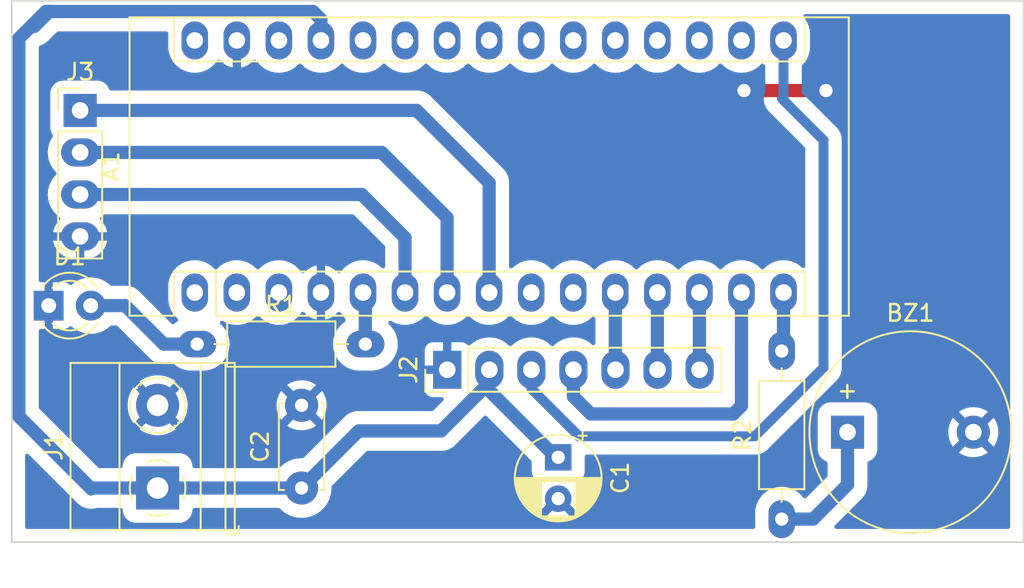
<source format=kicad_pcb>
(kicad_pcb (version 20211014) (generator pcbnew)
  (layers (0 "F.Cu" signal) (31 "B.Cu" signal) (34 "B.Paste" user) (35 "F.Paste" user) (36 "B.SilkS" user "B.Silkscreen") (37 "F.SilkS" user "F.Silkscreen") (38 "B.Mask" user) (39 "F.Mask" user) (44 "Edge.Cuts" user))
  (net 0 "")
  (net 4 "GND")
  (net 7 "RES")
  (net 8 "DC")
  (net 9 "CS")
  (net 10 "D1")
  (net 11 "D0")
  (net 22 "+5V")
  (net 25 "Net-(BZ1-Pad1)")
  (net 26 "Net-(D1-Pad2)")
  (net 27 "CLOCK")
  (net 28 "DIR")
  (net 29 "ENABLE")
  (net 30 "LED")
  (net 31 "BUZZER")
  (footprint "TerminalBlock_Phoenix:TerminalBlock_Phoenix_MKDS-1,5-2_1x02_P5.00mm_Horizontal" (layer "F.Cu") (at 122.455 139 90)
    (fp_text reference "J1" (at 2.5 -6.26 90) (layer "F.SilkS"))
    (fp_text value "Screw_Terminal_01x02")
    (fp_line (start -2.56 4.1) (end 7.56 4.1) (layer "F.SilkS") (width 0.12))
    (fp_line (start -2.56 -2.301) (end 7.56 -2.301) (layer "F.SilkS") (width 0.12))
    (fp_line (start -2.56 4.66) (end 7.56 4.66) (layer "F.SilkS") (width 0.12))
    (fp_line (start 6.275 -1.069) (end 6.228 -1.023) (layer "F.SilkS") (width 0.12))
    (fp_line (start -2.8 4.9) (end -2.3 4.9) (layer "F.SilkS") (width 0.12))
    (fp_line (start -2.56 2.6) (end 7.56 2.6) (layer "F.SilkS") (width 0.12))
    (fp_line (start 3.773 1.023) (end 3.726 1.069) (layer "F.SilkS") (width 0.12))
    (fp_line (start -2.8 4.16) (end -2.8 4.9) (layer "F.SilkS") (width 0.12))
    (fp_line (start 7.56 -5.261) (end 7.56 4.66) (layer "F.SilkS") (width 0.12))
    (fp_line (start 3.966 1.239) (end 3.931 1.274) (layer "F.SilkS") (width 0.12))
    (fp_line (start -2.56 -5.261) (end -2.56 4.66) (layer "F.SilkS") (width 0.12))
    (fp_line (start 6.07 -1.275) (end 6.035 -1.239) (layer "F.SilkS") (width 0.12))
    (fp_line (start -2.56 -5.261) (end 7.56 -5.261) (layer "F.SilkS") (width 0.12))
    (fp_arc (start 0.028805 1.680253) (mid -0.335551 1.646659) (end -0.684 1.535) (layer "F.SilkS") (width 0.12))
    (fp_arc (start 0.683318 1.534756) (mid 0.349292 1.643288) (end 0 1.68) (layer "F.SilkS") (width 0.12))
    (fp_arc (start -1.535427 0.683042) (mid -1.680501 -0.000524) (end -1.535 -0.684) (layer "F.SilkS") (width 0.12))
    (fp_arc (start -0.683042 -1.535427) (mid 0.000524 -1.680501) (end 0.684 -1.535) (layer "F.SilkS") (width 0.12))
    (fp_arc (start 1.535427 -0.683042) (mid 1.680501 0.000524) (end 1.535 0.684) (layer "F.SilkS") (width 0.12))
    (fp_circle (center 5 0) (end 6.68 0) (layer "F.SilkS") (width 0.12) (fill none))
    (pad "1" thru_hole rect (at 0 0 90) (size 2.6 2.6) (drill 1.3) (layers *.Cu *.Mask) (net 22 "+5V"))
    (pad "2" thru_hole circle (at 5 0 90) (size 2.6 2.6) (drill 1.3) (layers *.Cu *.Mask) (net 4 "GND"))
  )
  (footprint "Connector_PinHeader_2.54mm:PinHeader_1x07_P2.54mm_Vertical" (layer "F.Cu") (at 139.95 131.85 90)
    (fp_text reference "J2" (at 0 -2.33 90) (layer "F.SilkS"))
    (fp_text value "Conn_01x07")
    (fp_line (start -1.33 -1.33) (end 0 -1.33) (layer "F.SilkS") (width 0.12))
    (fp_line (start -1.33 0) (end -1.33 -1.33) (layer "F.SilkS") (width 0.12))
    (fp_line (start -1.33 16.57) (end 1.33 16.57) (layer "F.SilkS") (width 0.12))
    (fp_line (start -1.33 1.27) (end -1.33 16.57) (layer "F.SilkS") (width 0.12))
    (fp_line (start 1.33 1.27) (end 1.33 16.57) (layer "F.SilkS") (width 0.12))
    (fp_line (start -1.33 1.27) (end 1.33 1.27) (layer "F.SilkS") (width 0.12))
    (pad "1" thru_hole rect (at 0 0 90) (size 2.3 1.7) (drill 1) (layers *.Cu *.Mask) (net 4 "GND"))
    (pad "2" thru_hole oval (at 0 2.54 90) (size 2.3 1.7) (drill 1) (layers *.Cu *.Mask) (net 22 "+5V"))
    (pad "3" thru_hole oval (at 0 5.08 90) (size 2.3 1.7) (drill 1) (layers *.Cu *.Mask) (net 11 "D0"))
    (pad "4" thru_hole oval (at 0 7.62 90) (size 2.3 1.7) (drill 1) (layers *.Cu *.Mask) (net 10 "D1"))
    (pad "5" thru_hole oval (at 0 10.16 90) (size 2.3 1.7) (drill 1) (layers *.Cu *.Mask) (net 7 "RES"))
    (pad "6" thru_hole oval (at 0 12.7 90) (size 2.3 1.7) (drill 1) (layers *.Cu *.Mask) (net 8 "DC"))
    (pad "7" thru_hole oval (at 0 15.24 90) (size 2.3 1.7) (drill 1) (layers *.Cu *.Mask) (net 9 "CS"))
  )
  (footprint "Buzzer_Beeper:Buzzer_12x9.5RM7.6" (layer "F.Cu") (at 164.125 135.625)
    (fp_text reference "BZ1" (at 3.8 -7.2) (layer "F.SilkS"))
    (fp_text value "Buzzer")
    (fp_text user "+" (at -0.01 -2.54) (layer "F.SilkS"))
    (fp_circle (center 3.8 0) (end 9.9 0) (layer "F.SilkS") (width 0.12) (fill none))
    (pad "1" thru_hole rect (at 0 0) (size 2 2) (drill 1) (layers *.Cu *.Mask) (net 25 "Net-(BZ1-Pad1)"))
    (pad "2" thru_hole circle (at 7.6 0) (size 2 2) (drill 1) (layers *.Cu *.Mask) (net 4 "GND"))
  )
  (footprint "Capacitor_THT:C_Disc_D5.0mm_W2.5mm_P5.00mm" (layer "F.Cu") (at 131.15 139 90)
    (fp_text reference "C2" (at 2.5 -2.5 90) (layer "F.SilkS"))
    (fp_text value "0.1uf")
    (fp_line (start -0.12 1.37) (end 5.12 1.37) (layer "F.SilkS") (width 0.12))
    (fp_line (start -0.12 -1.37) (end 5.12 -1.37) (layer "F.SilkS") (width 0.12))
    (fp_line (start -0.12 1.055) (end -0.12 1.37) (layer "F.SilkS") (width 0.12))
    (fp_line (start 5.12 -1.37) (end 5.12 -1.055) (layer "F.SilkS") (width 0.12))
    (fp_line (start -0.12 -1.37) (end -0.12 -1.055) (layer "F.SilkS") (width 0.12))
    (fp_line (start 5.12 1.055) (end 5.12 1.37) (layer "F.SilkS") (width 0.12))
    (pad "1" thru_hole circle (at 0 0 90) (size 2 2) (drill 0.8) (layers *.Cu *.Mask) (net 22 "+5V"))
    (pad "2" thru_hole circle (at 5 0 90) (size 2 2) (drill 0.8) (layers *.Cu *.Mask) (net 4 "GND"))
  )
  (footprint "Resistor_THT:R_Axial_DIN0207_L6.3mm_D2.5mm_P10.16mm_Horizontal" (layer "F.Cu") (at 160.15 140.88 90)
    (fp_text reference "R2" (at 5.08 -2.37 90) (layer "F.SilkS"))
    (fp_text value "10R")
    (fp_line (start 9.12 0) (end 8.35 0) (layer "F.SilkS") (width 0.12))
    (fp_line (start 1.81 1.37) (end 8.35 1.37) (layer "F.SilkS") (width 0.12))
    (fp_line (start 1.04 0) (end 1.81 0) (layer "F.SilkS") (width 0.12))
    (fp_line (start 8.35 1.37) (end 8.35 -1.37) (layer "F.SilkS") (width 0.12))
    (fp_line (start 1.81 -1.37) (end 1.81 1.37) (layer "F.SilkS") (width 0.12))
    (fp_line (start 8.35 -1.37) (end 1.81 -1.37) (layer "F.SilkS") (width 0.12))
    (pad "1" thru_hole oval (at 0 0 90) (size 2.3 1.6) (drill 0.8) (layers *.Cu *.Mask) (net 25 "Net-(BZ1-Pad1)"))
    (pad "2" thru_hole oval (at 10.16 0 90) (size 2.3 1.6) (drill 0.8) (layers *.Cu *.Mask) (net 31 "BUZZER"))
  )
  (footprint "LED_THT:LED_D3.0mm_FlatTop" (layer "F.Cu") (at 115.875 127.975)
    (fp_text reference "D1" (at 1.27 -2.96) (layer "F.SilkS"))
    (fp_text value "LED")
    (fp_line (start -0.29 1.08) (end -0.29 1.236) (layer "F.SilkS") (width 0.12))
    (fp_line (start -0.29 -1.236) (end -0.29 -1.08) (layer "F.SilkS") (width 0.12))
    (fp_arc (start -0.29 -1.235516) (mid 1.366487 -1.987659) (end 2.942335 -1.078608) (layer "F.SilkS") (width 0.12))
    (fp_arc (start 0.229039 -1.08) (mid 1.270117 -1.5) (end 2.31113 -1.079837) (layer "F.SilkS") (width 0.12))
    (fp_arc (start 2.31113 1.079837) (mid 1.270117 1.5) (end 0.229039 1.08) (layer "F.SilkS") (width 0.12))
    (fp_arc (start 2.942335 1.078608) (mid 1.366487 1.987659) (end -0.29 1.235516) (layer "F.SilkS") (width 0.12))
    (pad "1" thru_hole rect (at 0 0) (size 1.8 1.8) (drill 0.9) (layers *.Cu *.Mask) (net 4 "GND"))
    (pad "2" thru_hole circle (at 2.54 0) (size 1.8 1.8) (drill 0.9) (layers *.Cu *.Mask) (net 26 "Net-(D1-Pad2)"))
  )
  (footprint "Module:Arduino_Nano" (layer "F.Cu") (at 124.7 127.185 90)
    (fp_text reference "A1" (at 7.62 -5.08 90) (layer "F.SilkS"))
    (fp_text value "Arduino_Nano_v2.x")
    (fp_line (start 1.27 1.27) (end 1.27 -1.27) (layer "F.SilkS") (width 0.12))
    (fp_line (start 13.97 -1.27) (end 13.97 36.83) (layer "F.SilkS") (width 0.12))
    (fp_line (start -1.4 39.5) (end 16.64 39.5) (layer "F.SilkS") (width 0.12))
    (fp_line (start 1.27 1.27) (end -1.4 1.27) (layer "F.SilkS") (width 0.12))
    (fp_line (start -1.4 -3.94) (end -1.4 -1.27) (layer "F.SilkS") (width 0.12))
    (fp_line (start 16.64 -3.94) (end -1.4 -3.94) (layer "F.SilkS") (width 0.12))
    (fp_line (start 1.27 -1.27) (end -1.4 -1.27) (layer "F.SilkS") (width 0.12))
    (fp_line (start 13.97 36.83) (end 16.64 36.83) (layer "F.SilkS") (width 0.12))
    (fp_line (start 1.27 1.27) (end 1.27 36.83) (layer "F.SilkS") (width 0.12))
    (fp_line (start 13.97 -1.27) (end 16.64 -1.27) (layer "F.SilkS") (width 0.12))
    (fp_line (start 1.27 36.83) (end -1.4 36.83) (layer "F.SilkS") (width 0.12))
    (fp_line (start 16.64 39.5) (end 16.64 -3.94) (layer "F.SilkS") (width 0.12))
    (fp_line (start -1.4 1.27) (end -1.4 39.5) (layer "F.SilkS") (width 0.12))
    (pad "1" thru_hole oval (at 0 0 90) (size 2.3 1.6) (drill 1) (layers *.Cu *.Mask))
    (pad "2" thru_hole oval (at 0 2.54 90) (size 2.3 1.6) (drill 1) (layers *.Cu *.Mask))
    (pad "3" thru_hole oval (at 0 5.08 90) (size 2.3 1.6) (drill 1) (layers *.Cu *.Mask))
    (pad "4" thru_hole oval (at 0 7.62 90) (size 2.3 1.6) (drill 1) (layers *.Cu *.Mask) (net 4 "GND"))
    (pad "5" thru_hole oval (at 0 10.16 90) (size 2.3 1.6) (drill 1) (layers *.Cu *.Mask) (net 30 "LED"))
    (pad "6" thru_hole oval (at 0 12.7 90) (size 2.3 1.6) (drill 1) (layers *.Cu *.Mask) (net 29 "ENABLE"))
    (pad "7" thru_hole oval (at 0 15.24 90) (size 2.3 1.6) (drill 1) (layers *.Cu *.Mask) (net 28 "DIR"))
    (pad "8" thru_hole oval (at 0 17.78 90) (size 2.3 1.6) (drill 1) (layers *.Cu *.Mask) (net 27 "CLOCK"))
    (pad "9" thru_hole oval (at 0 20.32 90) (size 2.3 1.6) (drill 1) (layers *.Cu *.Mask))
    (pad "10" thru_hole oval (at 0 22.86 90) (size 2.3 1.6) (drill 1) (layers *.Cu *.Mask))
    (pad "11" thru_hole oval (at 0 25.4 90) (size 2.3 1.6) (drill 1) (layers *.Cu *.Mask) (net 7 "RES"))
    (pad "12" thru_hole oval (at 0 27.94 90) (size 2.3 1.6) (drill 1) (layers *.Cu *.Mask) (net 8 "DC"))
    (pad "13" thru_hole oval (at 0 30.48 90) (size 2.3 1.6) (drill 1) (layers *.Cu *.Mask) (net 9 "CS"))
    (pad "14" thru_hole oval (at 0 33.02 90) (size 2.3 1.6) (drill 1) (layers *.Cu *.Mask) (net 10 "D1"))
    (pad "15" thru_hole oval (at 0 35.56 90) (size 2.3 1.6) (drill 1) (layers *.Cu *.Mask) (net 31 "BUZZER"))
    (pad "16" thru_hole oval (at 15.24 35.56 90) (size 2.3 1.6) (drill 1) (layers *.Cu *.Mask) (net 11 "D0"))
    (pad "17" thru_hole oval (at 15.24 33.02 90) (size 2.3 1.6) (drill 1) (layers *.Cu *.Mask))
    (pad "18" thru_hole oval (at 15.24 30.48 90) (size 2.3 1.6) (drill 1) (layers *.Cu *.Mask))
    (pad "19" thru_hole oval (at 15.24 27.94 90) (size 2.3 1.6) (drill 1) (layers *.Cu *.Mask))
    (pad "20" thru_hole oval (at 15.24 25.4 90) (size 2.3 1.6) (drill 1) (layers *.Cu *.Mask))
    (pad "21" thru_hole oval (at 15.24 22.86 90) (size 2.3 1.6) (drill 1) (layers *.Cu *.Mask))
    (pad "22" thru_hole oval (at 15.24 20.32 90) (size 2.3 1.6) (drill 1) (layers *.Cu *.Mask))
    (pad "23" thru_hole oval (at 15.24 17.78 90) (size 2.3 1.6) (drill 1) (layers *.Cu *.Mask))
    (pad "24" thru_hole oval (at 15.24 15.24 90) (size 2.3 1.6) (drill 1) (layers *.Cu *.Mask))
    (pad "25" thru_hole oval (at 15.24 12.7 90) (size 2.3 1.6) (drill 1) (layers *.Cu *.Mask))
    (pad "26" thru_hole oval (at 15.24 10.16 90) (size 2.3 1.6) (drill 1) (layers *.Cu *.Mask))
    (pad "27" thru_hole oval (at 15.24 7.62 90) (size 2.3 1.6) (drill 1) (layers *.Cu *.Mask) (net 22 "+5V"))
    (pad "28" thru_hole oval (at 15.24 5.08 90) (size 2.3 1.6) (drill 1) (layers *.Cu *.Mask))
    (pad "29" thru_hole oval (at 15.24 2.54 90) (size 2.3 1.6) (drill 1) (layers *.Cu *.Mask) (net 4 "GND"))
    (pad "30" thru_hole oval (at 15.24 0 90) (size 2.3 1.6) (drill 1) (layers *.Cu *.Mask))
  )
  (footprint "Capacitor_THT:CP_Radial_D5.0mm_P2.50mm" (layer "F.Cu") (at 146.65 137.144888 -90)
    (fp_text reference "C1" (at 1.25 -3.75 90) (layer "F.SilkS"))
    (fp_text value "10uf/25V")
    (fp_line (start 2.531 1.04) (end 2.531 2.247) (layer "F.SilkS") (width 0.12))
    (fp_line (start 3.251 1.04) (end 3.251 1.653) (layer "F.SilkS") (width 0.12))
    (fp_line (start 3.171 -1.743) (end 3.171 -1.04) (layer "F.SilkS") (width 0.12))
    (fp_line (start 2.771 1.04) (end 2.771 2.095) (layer "F.SilkS") (width 0.12))
    (fp_line (start 1.81 -2.52) (end 1.81 -1.04) (layer "F.SilkS") (width 0.12))
    (fp_line (start 1.93 -2.491) (end 1.93 -1.04) (layer "F.SilkS") (width 0.12))
    (fp_line (start 3.531 1.04) (end 3.531 1.251) (layer "F.SilkS") (width 0.12))
    (fp_line (start 1.37 -2.578) (end 1.37 2.578) (layer "F.SilkS") (width 0.12))
    (fp_line (start 3.171 1.04) (end 3.171 1.743) (layer "F.SilkS") (width 0.12))
    (fp_line (start 3.371 1.04) (end 3.371 1.5) (layer "F.SilkS") (width 0.12))
    (fp_line (start 2.371 1.04) (end 2.371 2.329) (layer "F.SilkS") (width 0.12))
    (fp_line (start 3.731 -0.805) (end 3.731 0.805) (layer "F.SilkS") (width 0.12))
    (fp_line (start 2.851 1.04) (end 2.851 2.035) (layer "F.SilkS") (width 0.12))
    (fp_line (start 2.051 1.04) (end 2.051 2.455) (layer "F.SilkS") (width 0.12))
    (fp_line (start 2.011 1.04) (end 2.011 2.468) (layer "F.SilkS") (width 0.12))
    (fp_line (start 3.051 -1.864) (end 3.051 -1.04) (layer "F.SilkS") (width 0.12))
    (fp_line (start 2.331 1.04) (end 2.331 2.348) (layer "F.SilkS") (width 0.12))
    (fp_line (start 2.571 1.04) (end 2.571 2.224) (layer "F.SilkS") (width 0.12))
    (fp_line (start 3.451 1.04) (end 3.451 1.383) (layer "F.SilkS") (width 0.12))
    (fp_line (start 1.73 -2.536) (end 1.73 -1.04) (layer "F.SilkS") (width 0.12))
    (fp_line (start 2.851 -2.035) (end 2.851 -1.04) (layer "F.SilkS") (width 0.12))
    (fp_line (start 1.85 -2.511) (end 1.85 -1.04) (layer "F.SilkS") (width 0.12))
    (fp_line (start 3.091 1.04) (end 3.091 1.826) (layer "F.SilkS") (width 0.12))
    (fp_line (start 2.891 -2.004) (end 2.891 -1.04) (layer "F.SilkS") (width 0.12))
    (fp_line (start 2.291 -2.365) (end 2.291 -1.04) (layer "F.SilkS") (width 0.12))
    (fp_line (start 3.331 -1.554) (end 3.331 -1.04) (layer "F.SilkS") (width 0.12))
    (fp_line (start 3.611 -1.098) (end 3.611 1.098) (layer "F.SilkS") (width 0.12))
    (fp_line (start 3.371 -1.5) (end 3.371 -1.04) (layer "F.SilkS") (width 0.12))
    (fp_line (start 3.571 -1.178) (end 3.571 1.178) (layer "F.SilkS") (width 0.12))
    (fp_line (start 1.85 1.04) (end 1.85 2.511) (layer "F.SilkS") (width 0.12))
    (fp_line (start 2.611 1.04) (end 2.611 2.2) (layer "F.SilkS") (width 0.12))
    (fp_line (start 2.011 -2.468) (end 2.011 -1.04) (layer "F.SilkS") (width 0.12))
    (fp_line (start 3.491 -1.319) (end 3.491 -1.04) (layer "F.SilkS") (width 0.12))
    (fp_line (start 2.171 -2.414) (end 2.171 -1.04) (layer "F.SilkS") (width 0.12))
    (fp_line (start 2.091 1.04) (end 2.091 2.442) (layer "F.SilkS") (width 0.12))
    (fp_line (start 1.69 -2.543) (end 1.69 -1.04) (layer "F.SilkS") (width 0.12))
    (fp_line (start 2.091 -2.442) (end 2.091 -1.04) (layer "F.SilkS") (width 0.12))
    (fp_line (start 1.89 -2.501) (end 1.89 -1.04) (layer "F.SilkS") (width 0.12))
    (fp_line (start 2.051 -2.455) (end 2.051 -1.04) (layer "F.SilkS") (width 0.12))
    (fp_line (start 2.451 1.04) (end 2.451 2.29) (layer "F.SilkS") (width 0.12))
    (fp_line (start 1.53 1.04) (end 1.53 2.565) (layer "F.SilkS") (width 0.12))
    (fp_line (start 2.931 -1.971) (end 2.931 -1.04) (layer "F.SilkS") (width 0.12))
    (fp_line (start 1.73 1.04) (end 1.73 2.536) (layer "F.SilkS") (width 0.12))
    (fp_line (start 2.211 -2.398) (end 2.211 -1.04) (layer "F.SilkS") (width 0.12))
    (fp_line (start 2.891 1.04) (end 2.891 2.004) (layer "F.SilkS") (width 0.12))
    (fp_line (start 2.971 1.04) (end 2.971 1.937) (layer "F.SilkS") (width 0.12))
    (fp_line (start 1.65 1.04) (end 1.65 2.55) (layer "F.SilkS") (width 0.12))
    (fp_line (start 2.331 -2.348) (end 2.331 -1.04) (layer "F.SilkS") (width 0.12))
    (fp_line (start -1.304775 -1.725) (end -1.304775 -1.225) (layer "F.SilkS") (width 0.12))
    (fp_line (start 3.211 -1.699) (end 3.211 -1.04) (layer "F.SilkS") (width 0.12))
    (fp_line (start 2.691 1.04) (end 2.691 2.149) (layer "F.SilkS") (width 0.12))
    (fp_line (start 1.25 -2.58) (end 1.25 2.58) (layer "F.SilkS") (width 0.12))
    (fp_line (start 2.731 1.04) (end 2.731 2.122) (layer "F.SilkS") (width 0.12))
    (fp_line (start 3.251 -1.653) (end 3.251 -1.04) (layer "F.SilkS") (width 0.12))
    (fp_line (start 2.531 -2.247) (end 2.531 -1.04) (layer "F.SilkS") (width 0.12))
    (fp_line (start 1.57 -2.561) (end 1.57 -1.04) (layer "F.SilkS") (width 0.12))
    (fp_line (start 2.251 -2.382) (end 2.251 -1.04) (layer "F.SilkS") (width 0.12))
    (fp_line (start 2.491 1.04) (end 2.491 2.268) (layer "F.SilkS") (width 0.12))
    (fp_line (start 3.451 -1.383) (end 3.451 -1.04) (layer "F.SilkS") (width 0.12))
    (fp_line (start 3.211 1.04) (end 3.211 1.699) (layer "F.SilkS") (width 0.12))
    (fp_line (start -1.554775 -1.475) (end -1.054775 -1.475) (layer "F.SilkS") (width 0.12))
    (fp_line (start 3.131 1.04) (end 3.131 1.785) (layer "F.SilkS") (width 0.12))
    (fp_line (start 3.291 1.04) (end 3.291 1.605) (layer "F.SilkS") (width 0.12))
    (fp_line (start 3.851 -0.284) (end 3.851 0.284) (layer "F.SilkS") (width 0.12))
    (fp_line (start 2.371 -2.329) (end 2.371 -1.04) (layer "F.SilkS") (width 0.12))
    (fp_line (start 3.331 1.04) (end 3.331 1.554) (layer "F.SilkS") (width 0.12))
    (fp_line (start 3.131 -1.785) (end 3.131 -1.04) (layer "F.SilkS") (width 0.12))
    (fp_line (start 2.971 -1.937) (end 2.971 -1.04) (layer "F.SilkS") (width 0.12))
    (fp_line (start 2.411 1.04) (end 2.411 2.31) (layer "F.SilkS") (width 0.12))
    (fp_line (start 2.291 1.04) (end 2.291 2.365) (layer "F.SilkS") (width 0.12))
    (fp_line (start 2.731 -2.122) (end 2.731 -1.04) (layer "F.SilkS") (width 0.12))
    (fp_line (start 1.81 1.04) (end 1.81 2.52) (layer "F.SilkS") (width 0.12))
    (fp_line (start 2.411 -2.31) (end 2.411 -1.04) (layer "F.SilkS") (width 0.12))
    (fp_line (start 3.011 -1.901) (end 3.011 -1.04) (layer "F.SilkS") (width 0.12))
    (fp_line (start 1.33 -2.579) (end 1.33 2.579) (layer "F.SilkS") (width 0.12))
    (fp_line (start 3.811 -0.518) (end 3.811 0.518) (layer "F.SilkS") (width 0.12))
    (fp_line (start 2.771 -2.095) (end 2.771 -1.04) (layer "F.SilkS") (width 0.12))
    (fp_line (start 2.811 -2.065) (end 2.811 -1.04) (layer "F.SilkS") (width 0.12))
    (fp_line (start 1.61 1.04) (end 1.61 2.556) (layer "F.SilkS") (width 0.12))
    (fp_line (start 1.45 -2.573) (end 1.45 2.573) (layer "F.SilkS") (width 0.12))
    (fp_line (start 3.291 -1.605) (end 3.291 -1.04) (layer "F.SilkS") (width 0.12))
    (fp_line (start 1.971 1.04) (end 1.971 2.48) (layer "F.SilkS") (width 0.12))
    (fp_line (start 1.77 1.04) (end 1.77 2.528) (layer "F.SilkS") (width 0.12))
    (fp_line (start 2.491 -2.268) (end 2.491 -1.04) (layer "F.SilkS") (width 0.12))
    (fp_line (start 3.491 1.04) (end 3.491 1.319) (layer "F.SilkS") (width 0.12))
    (fp_line (start 2.931 1.04) (end 2.931 1.971) (layer "F.SilkS") (width 0.12))
    (fp_line (start 3.531 -1.251) (end 3.531 -1.04) (layer "F.SilkS") (width 0.12))
    (fp_line (start 1.57 1.04) (end 1.57 2.561) (layer "F.SilkS") (width 0.12))
    (fp_line (start 2.811 1.04) (end 2.811 2.065) (layer "F.SilkS") (width 0.12))
    (fp_line (start 1.971 -2.48) (end 1.971 -1.04) (layer "F.SilkS") (width 0.12))
    (fp_line (start 2.211 1.04) (end 2.211 2.398) (layer "F.SilkS") (width 0.12))
    (fp_line (start 2.611 -2.2) (end 2.611 -1.04) (layer "F.SilkS") (width 0.12))
    (fp_line (start 1.93 1.04) (end 1.93 2.491) (layer "F.SilkS") (width 0.12))
    (fp_line (start 3.011 1.04) (end 3.011 1.901) (layer "F.SilkS") (width 0.12))
    (fp_line (start 1.77 -2.528) (end 1.77 -1.04) (layer "F.SilkS") (width 0.12))
    (fp_line (start 3.771 -0.677) (end 3.771 0.677) (layer "F.SilkS") (width 0.12))
    (fp_line (start 3.051 1.04) (end 3.051 1.864) (layer "F.SilkS") (width 0.12))
    (fp_line (start 2.571 -2.224) (end 2.571 -1.04) (layer "F.SilkS") (width 0.12))
    (fp_line (start 1.53 -2.565) (end 1.53 -1.04) (layer "F.SilkS") (width 0.12))
    (fp_line (start 1.29 -2.58) (end 1.29 2.58) (layer "F.SilkS") (width 0.12))
    (fp_line (start 2.651 1.04) (end 2.651 2.175) (layer "F.SilkS") (width 0.12))
    (fp_line (start 2.131 -2.428) (end 2.131 -1.04) (layer "F.SilkS") (width 0.12))
    (fp_line (start 2.251 1.04) (end 2.251 2.382) (layer "F.SilkS") (width 0.12))
    (fp_line (start 3.411 1.04) (end 3.411 1.443) (layer "F.SilkS") (width 0.12))
    (fp_line (start 1.49 1.04) (end 1.49 2.569) (layer "F.SilkS") (width 0.12))
    (fp_line (start 3.691 -0.915) (end 3.691 0.915) (layer "F.SilkS") (width 0.12))
    (fp_line (start 2.451 -2.29) (end 2.451 -1.04) (layer "F.SilkS") (width 0.12))
    (fp_line (start 2.651 -2.175) (end 2.651 -1.04) (layer "F.SilkS") (width 0.12))
    (fp_line (start 2.171 1.04) (end 2.171 2.414) (layer "F.SilkS") (width 0.12))
    (fp_line (start 3.651 -1.011) (end 3.651 1.011) (layer "F.SilkS") (width 0.12))
    (fp_line (start 1.69 1.04) (end 1.69 2.543) (layer "F.SilkS") (width 0.12))
    (fp_line (start 1.41 -2.576) (end 1.41 2.576) (layer "F.SilkS") (width 0.12))
    (fp_line (start 1.61 -2.556) (end 1.61 -1.04) (layer "F.SilkS") (width 0.12))
    (fp_line (start 1.89 1.04) (end 1.89 2.501) (layer "F.SilkS") (width 0.12))
    (fp_line (start 1.65 -2.55) (end 1.65 -1.04) (layer "F.SilkS") (width 0.12))
    (fp_line (start 3.091 -1.826) (end 3.091 -1.04) (layer "F.SilkS") (width 0.12))
    (fp_line (start 2.691 -2.149) (end 2.691 -1.04) (layer "F.SilkS") (width 0.12))
    (fp_line (start 3.411 -1.443) (end 3.411 -1.04) (layer "F.SilkS") (width 0.12))
    (fp_line (start 1.49 -2.569) (end 1.49 -1.04) (layer "F.SilkS") (width 0.12))
    (fp_line (start 2.131 1.04) (end 2.131 2.428) (layer "F.SilkS") (width 0.12))
    (fp_circle (center 1.25 0) (end 3.87 0) (layer "F.SilkS") (width 0.12) (fill none))
    (pad "1" thru_hole rect (at 0 0 270) (size 1.6 1.6) (drill 0.8) (layers *.Cu *.Mask) (net 22 "+5V"))
    (pad "2" thru_hole circle (at 2.5 0 270) (size 1.6 1.6) (drill 0.8) (layers *.Cu *.Mask) (net 4 "GND"))
  )
  (footprint "Resistor_THT:R_Axial_DIN0207_L6.3mm_D2.5mm_P10.16mm_Horizontal" (layer "F.Cu") (at 124.845 130.3)
    (fp_text reference "R1" (at 5.08 -2.37) (layer "F.SilkS"))
    (fp_text value "1k")
    (fp_line (start 1.04 0) (end 1.81 0) (layer "F.SilkS") (width 0.12))
    (fp_line (start 1.81 1.37) (end 8.35 1.37) (layer "F.SilkS") (width 0.12))
    (fp_line (start 9.12 0) (end 8.35 0) (layer "F.SilkS") (width 0.12))
    (fp_line (start 1.81 -1.37) (end 1.81 1.37) (layer "F.SilkS") (width 0.12))
    (fp_line (start 8.35 1.37) (end 8.35 -1.37) (layer "F.SilkS") (width 0.12))
    (fp_line (start 8.35 -1.37) (end 1.81 -1.37) (layer "F.SilkS") (width 0.12))
    (pad "1" thru_hole oval (at 0 0) (size 2.3 1.6) (drill 0.8) (layers *.Cu *.Mask) (net 26 "Net-(D1-Pad2)"))
    (pad "2" thru_hole oval (at 10.16 0) (size 2.3 1.6) (drill 0.8) (layers *.Cu *.Mask) (net 30 "LED"))
  )
  (footprint "Connector_PinHeader_2.54mm:PinHeader_1x04_P2.54mm_Vertical" (layer "F.Cu") (at 117.775 116.175)
    (fp_text reference "J3" (at 0 -2.33) (layer "F.SilkS"))
    (fp_text value "Rotry Switch")
    (fp_line (start 1.33 1.27) (end 1.33 8.95) (layer "F.SilkS") (width 0.12))
    (fp_line (start -1.33 -1.33) (end 0 -1.33) (layer "F.SilkS") (width 0.12))
    (fp_line (start -1.33 8.95) (end 1.33 8.95) (layer "F.SilkS") (width 0.12))
    (fp_line (start -1.33 0) (end -1.33 -1.33) (layer "F.SilkS") (width 0.12))
    (fp_line (start -1.33 1.27) (end 1.33 1.27) (layer "F.SilkS") (width 0.12))
    (fp_line (start -1.33 1.27) (end -1.33 8.95) (layer "F.SilkS") (width 0.12))
    (pad "1" thru_hole rect (at 0 0) (size 2 2) (drill 1) (layers *.Cu *.Mask) (net 27 "CLOCK"))
    (pad "2" thru_hole oval (at 0 2.54) (size 2.3 1.7) (drill 1) (layers *.Cu *.Mask) (net 28 "DIR"))
    (pad "3" thru_hole oval (at 0 5.08) (size 2.3 1.7) (drill 1) (layers *.Cu *.Mask) (net 29 "ENABLE"))
    (pad "4" thru_hole oval (at 0 7.62) (size 2.3 1.7) (drill 1) (layers *.Cu *.Mask) (net 4 "GND"))
  )
  (gr_rect (start 113.65 109.55) (end 174.75 142.275) (layer "Edge.Cuts") (width 0.1) (fill none))
  (segment (start 162.825 114.975) (end 157.875 114.975) (width 0.8) (layer "F.Cu") (net 4))
  (via (at 162.825 114.975) (size 2) (drill 0.8) (layers "F.Cu" "B.Cu") (net 4))
  (via (at 157.875 114.975) (size 2) (drill 0.8) (layers "F.Cu" "B.Cu") (net 4))
  (segment (start 150.1 131.84) (end 150.11 131.85) (width 0.8) (layer "B.Cu") (net 7))
  (segment (start 150.1 127.185) (end 150.1 131.84) (width 0.8) (layer "B.Cu") (net 7))
  (segment (start 152.64 127.185) (end 152.64 131.84) (width 0.8) (layer "B.Cu") (net 8))
  (segment (start 152.64 131.84) (end 152.65 131.85) (width 0.8) (layer "B.Cu") (net 8))
  (segment (start 155.18 131.84) (end 155.19 131.85) (width 0.8) (layer "B.Cu") (net 9))
  (segment (start 155.18 127.185) (end 155.18 131.84) (width 0.8) (layer "B.Cu") (net 9))
  (segment (start 147.57 133.47) (end 147.57 131.85) (width 0.8) (layer "B.Cu") (net 10))
  (segment (start 148.625 134.525) (end 147.57 133.47) (width 0.8) (layer "B.Cu") (net 10))
  (segment (start 157.72 134.03) (end 157.225 134.525) (width 0.8) (layer "B.Cu") (net 10))
  (segment (start 157.72 127.185) (end 157.72 134.03) (width 0.8) (layer "B.Cu") (net 10))
  (segment (start 157.225 134.525) (end 148.625 134.525) (width 0.8) (layer "B.Cu") (net 10))
  (segment (start 147.905 135.875) (end 158.525 135.875) (width 0.6) (layer "B.Cu") (net 11))
  (segment (start 162.675 117.975) (end 160.175 115.475) (width 0.6) (layer "B.Cu") (net 11))
  (segment (start 160.26 115.39) (end 160.26 111.945) (width 0.6) (layer "B.Cu") (net 11))
  (segment (start 145.03 133) (end 147.905 135.875) (width 0.6) (layer "B.Cu") (net 11))
  (segment (start 145.03 131.85) (end 145.03 133) (width 0.6) (layer "B.Cu") (net 11))
  (segment (start 160.175 115.475) (end 160.26 115.39) (width 0.6) (layer "B.Cu") (net 11))
  (segment (start 158.525 135.875) (end 162.675 131.725) (width 0.6) (layer "B.Cu") (net 11))
  (segment (start 162.675 131.725) (end 162.675 117.975) (width 0.6) (layer "B.Cu") (net 11))
  (segment (start 114.075 134.675) (end 114.075 111.825) (width 0.8) (layer "B.Cu") (net 22))
  (segment (start 139.575 135.55) (end 134.6 135.55) (width 0.8) (layer "B.Cu") (net 22))
  (segment (start 146.65 137.144888) (end 146.519888 137.144888) (width 0.8) (layer "B.Cu") (net 22))
  (segment (start 118.5 139) (end 118.45 139.05) (width 0.8) (layer "B.Cu") (net 22))
  (segment (start 115.70452 110.19548) (end 115.90452 110.19548) (width 0.8) (layer "B.Cu") (net 22))
  (segment (start 142.25 132.875) (end 139.575 135.55) (width 0.8) (layer "B.Cu") (net 22))
  (segment (start 122.455 139) (end 131.15 139) (width 0.8) (layer "B.Cu") (net 22))
  (segment (start 114.075 111.825) (end 115.70452 110.19548) (width 0.8) (layer "B.Cu") (net 22))
  (segment (start 118.45 139.05) (end 114.075 134.675) (width 0.8) (layer "B.Cu") (net 22))
  (segment (start 132.32 110.67) (end 131.84548 110.19548) (width 0.8) (layer "B.Cu") (net 22))
  (segment (start 134.6 135.55) (end 131.15 139) (width 0.8) (layer "B.Cu") (net 22))
  (segment (start 142.49 131.85) (end 142.49 132.635) (width 0.8) (layer "B.Cu") (net 22))
  (segment (start 122.455 139) (end 118.5 139) (width 0.8) (layer "B.Cu") (net 22))
  (segment (start 131.84548 110.19548) (end 115.90452 110.19548) (width 0.8) (layer "B.Cu") (net 22))
  (segment (start 132.32 111.945) (end 132.32 110.67) (width 0.8) (layer "B.Cu") (net 22))
  (segment (start 142.49 132.635) (end 142.25 132.875) (width 0.8) (layer "B.Cu") (net 22))
  (segment (start 146.519888 137.144888) (end 142.25 132.875) (width 0.8) (layer "B.Cu") (net 22))
  (segment (start 115.90452 110.19548) (end 115 111.1) (width 0.8) (layer "B.Cu") (net 22))
  (segment (start 164.125 138.8) (end 164.125 135.625) (width 0.8) (layer "B.Cu") (net 25))
  (segment (start 160.15 140.88) (end 162.045 140.88) (width 0.8) (layer "B.Cu") (net 25))
  (segment (start 162.045 140.88) (end 164.125 138.8) (width 0.8) (layer "B.Cu") (net 25))
  (segment (start 124.845 130.3) (end 122.825 130.3) (width 0.8) (layer "B.Cu") (net 26))
  (segment (start 120.5 127.975) (end 118.415 127.975) (width 0.8) (layer "B.Cu") (net 26))
  (segment (start 122.825 130.3) (end 120.5 127.975) (width 0.8) (layer "B.Cu") (net 26))
  (segment (start 142.48 120.555) (end 142.48 127.185) (width 0.8) (layer "B.Cu") (net 27))
  (segment (start 138.1 116.175) (end 142.48 120.555) (width 0.8) (layer "B.Cu") (net 27))
  (segment (start 117.775 116.175) (end 138.1 116.175) (width 0.8) (layer "B.Cu") (net 27))
  (segment (start 135.99 118.715) (end 139.94 122.665) (width 0.8) (layer "B.Cu") (net 28))
  (segment (start 139.94 122.665) (end 139.94 127.185) (width 0.8) (layer "B.Cu") (net 28))
  (segment (start 117.775 118.715) (end 135.99 118.715) (width 0.8) (layer "B.Cu") (net 28))
  (segment (start 117.775 121.255) (end 134.78 121.255) (width 0.8) (layer "B.Cu") (net 29))
  (segment (start 134.78 121.255) (end 137.4 123.875) (width 0.8) (layer "B.Cu") (net 29))
  (segment (start 137.4 123.875) (end 137.4 127.185) (width 0.8) (layer "B.Cu") (net 29))
  (segment (start 135 130.37) (end 135 127.325) (width 0.8) (layer "B.Cu") (net 30))
  (segment (start 135 127.325) (end 134.86 127.185) (width 0.8) (layer "B.Cu") (net 30))
  (segment (start 160.26 130.61) (end 160.15 130.72) (width 0.8) (layer "B.Cu") (net 31))
  (segment (start 160.26 127.185) (end 160.26 130.61) (width 0.8) (layer "B.Cu") (net 31))
  (zone (net 4) (net_name "GND") (layer "B.Cu") (connect_pads (clearance 0.8)) (min_thickness 0.254) (fill yes (thermal_gap 0.508) (thermal_bridge_width 0.508))
    (polygon (pts (xy 174.7 142.225) (xy 113.65 142.225) (xy 113.65 109.65) (xy 174.7 109.65)))
  )
)
</source>
